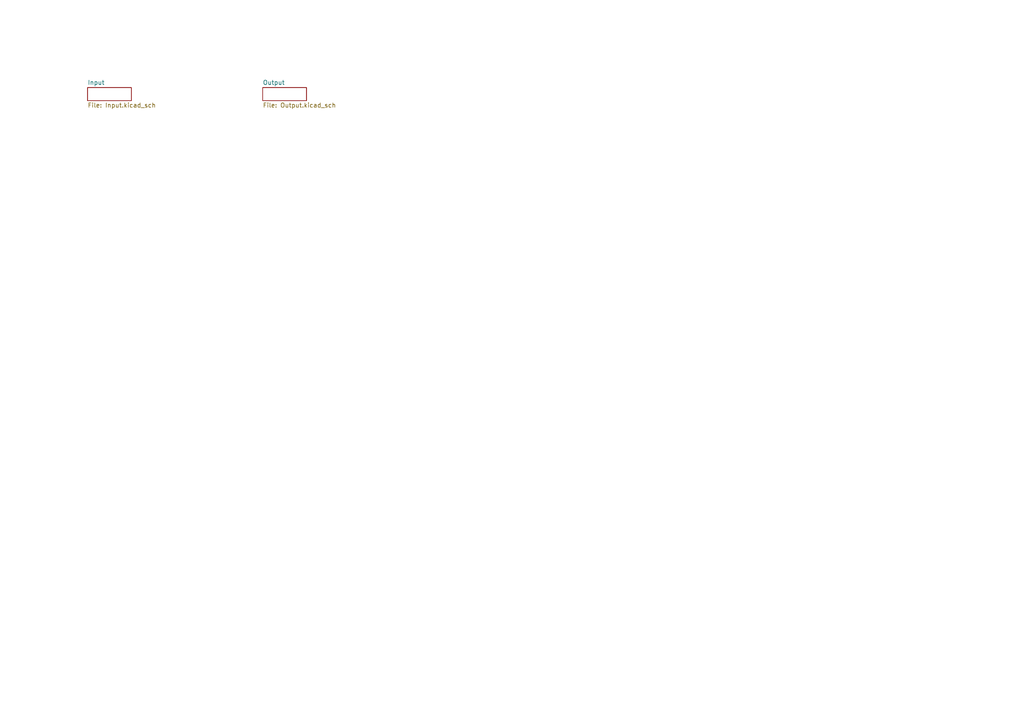
<source format=kicad_sch>
(kicad_sch
	(version 20231120)
	(generator "eeschema")
	(generator_version "8.0")
	(uuid "419f2386-6696-46c3-9eba-b2894bf08d1f")
	(paper "A4")
	(lib_symbols)
	(sheet
		(at 25.4 25.4)
		(size 12.7 3.81)
		(fields_autoplaced yes)
		(stroke
			(width 0)
			(type solid)
		)
		(fill
			(color 0 0 0 0.0000)
		)
		(uuid "39360642-4579-4036-8e71-8976cffb0bd7")
		(property "Sheetname" "Input"
			(at 25.4 24.6884 0)
			(effects
				(font
					(size 1.27 1.27)
				)
				(justify left bottom)
			)
		)
		(property "Sheetfile" "Input.kicad_sch"
			(at 25.4 29.7946 0)
			(effects
				(font
					(size 1.27 1.27)
				)
				(justify left top)
			)
		)
		(instances
			(project "kwpa_ldmos2"
				(path "/419f2386-6696-46c3-9eba-b2894bf08d1f"
					(page "1")
				)
			)
		)
	)
	(sheet
		(at 76.2 25.4)
		(size 12.7 3.81)
		(fields_autoplaced yes)
		(stroke
			(width 0)
			(type solid)
		)
		(fill
			(color 0 0 0 0.0000)
		)
		(uuid "8982bfce-008d-4e5c-8457-0125ebe9e25a")
		(property "Sheetname" "Output"
			(at 76.2 24.6884 0)
			(effects
				(font
					(size 1.27 1.27)
				)
				(justify left bottom)
			)
		)
		(property "Sheetfile" "Output.kicad_sch"
			(at 76.2 29.7946 0)
			(effects
				(font
					(size 1.27 1.27)
				)
				(justify left top)
			)
		)
		(instances
			(project "kwpa_ldmos2"
				(path "/419f2386-6696-46c3-9eba-b2894bf08d1f"
					(page "2")
				)
			)
		)
	)
	(sheet_instances
		(path "/"
			(page "1")
		)
	)
)

</source>
